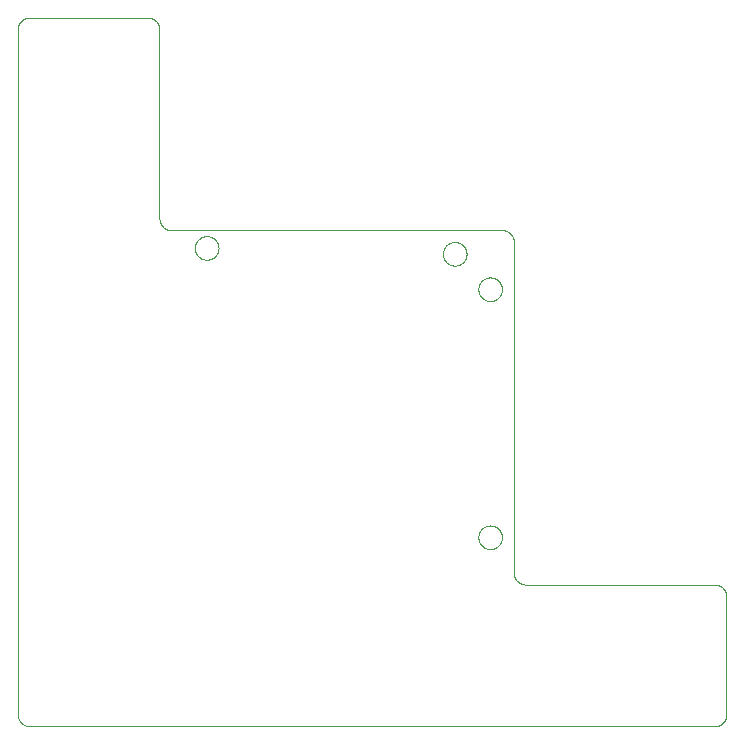
<source format=gko>
G75*
%MOIN*%
%OFA0B0*%
%FSLAX25Y25*%
%IPPOS*%
%LPD*%
%AMOC8*
5,1,8,0,0,1.08239X$1,22.5*
%
%ADD10C,0.00000*%
D10*
X0095738Y0111486D02*
X0324085Y0111486D01*
X0324209Y0111488D01*
X0324332Y0111494D01*
X0324456Y0111503D01*
X0324578Y0111517D01*
X0324701Y0111534D01*
X0324823Y0111556D01*
X0324944Y0111581D01*
X0325064Y0111610D01*
X0325183Y0111642D01*
X0325302Y0111679D01*
X0325419Y0111719D01*
X0325534Y0111762D01*
X0325649Y0111810D01*
X0325761Y0111861D01*
X0325872Y0111915D01*
X0325982Y0111973D01*
X0326089Y0112034D01*
X0326195Y0112099D01*
X0326298Y0112167D01*
X0326399Y0112238D01*
X0326498Y0112312D01*
X0326595Y0112389D01*
X0326689Y0112470D01*
X0326780Y0112553D01*
X0326869Y0112639D01*
X0326955Y0112728D01*
X0327038Y0112819D01*
X0327119Y0112913D01*
X0327196Y0113010D01*
X0327270Y0113109D01*
X0327341Y0113210D01*
X0327409Y0113313D01*
X0327474Y0113419D01*
X0327535Y0113526D01*
X0327593Y0113636D01*
X0327647Y0113747D01*
X0327698Y0113859D01*
X0327746Y0113974D01*
X0327789Y0114089D01*
X0327829Y0114206D01*
X0327866Y0114325D01*
X0327898Y0114444D01*
X0327927Y0114564D01*
X0327952Y0114685D01*
X0327974Y0114807D01*
X0327991Y0114930D01*
X0328005Y0115052D01*
X0328014Y0115176D01*
X0328020Y0115299D01*
X0328022Y0115423D01*
X0328022Y0154793D01*
X0328020Y0154917D01*
X0328014Y0155040D01*
X0328005Y0155164D01*
X0327991Y0155286D01*
X0327974Y0155409D01*
X0327952Y0155531D01*
X0327927Y0155652D01*
X0327898Y0155772D01*
X0327866Y0155891D01*
X0327829Y0156010D01*
X0327789Y0156127D01*
X0327746Y0156242D01*
X0327698Y0156357D01*
X0327647Y0156469D01*
X0327593Y0156580D01*
X0327535Y0156690D01*
X0327474Y0156797D01*
X0327409Y0156903D01*
X0327341Y0157006D01*
X0327270Y0157107D01*
X0327196Y0157206D01*
X0327119Y0157303D01*
X0327038Y0157397D01*
X0326955Y0157488D01*
X0326869Y0157577D01*
X0326780Y0157663D01*
X0326689Y0157746D01*
X0326595Y0157827D01*
X0326498Y0157904D01*
X0326399Y0157978D01*
X0326298Y0158049D01*
X0326195Y0158117D01*
X0326089Y0158182D01*
X0325982Y0158243D01*
X0325872Y0158301D01*
X0325761Y0158355D01*
X0325649Y0158406D01*
X0325534Y0158454D01*
X0325419Y0158497D01*
X0325302Y0158537D01*
X0325183Y0158574D01*
X0325064Y0158606D01*
X0324944Y0158635D01*
X0324823Y0158660D01*
X0324701Y0158682D01*
X0324578Y0158699D01*
X0324456Y0158713D01*
X0324332Y0158722D01*
X0324209Y0158728D01*
X0324085Y0158730D01*
X0261093Y0158730D01*
X0260969Y0158732D01*
X0260846Y0158738D01*
X0260722Y0158747D01*
X0260600Y0158761D01*
X0260477Y0158778D01*
X0260355Y0158800D01*
X0260234Y0158825D01*
X0260114Y0158854D01*
X0259995Y0158886D01*
X0259876Y0158923D01*
X0259759Y0158963D01*
X0259644Y0159006D01*
X0259529Y0159054D01*
X0259417Y0159105D01*
X0259306Y0159159D01*
X0259196Y0159217D01*
X0259089Y0159278D01*
X0258983Y0159343D01*
X0258880Y0159411D01*
X0258779Y0159482D01*
X0258680Y0159556D01*
X0258583Y0159633D01*
X0258489Y0159714D01*
X0258398Y0159797D01*
X0258309Y0159883D01*
X0258223Y0159972D01*
X0258140Y0160063D01*
X0258059Y0160157D01*
X0257982Y0160254D01*
X0257908Y0160353D01*
X0257837Y0160454D01*
X0257769Y0160557D01*
X0257704Y0160663D01*
X0257643Y0160770D01*
X0257585Y0160880D01*
X0257531Y0160991D01*
X0257480Y0161103D01*
X0257432Y0161218D01*
X0257389Y0161333D01*
X0257349Y0161450D01*
X0257312Y0161569D01*
X0257280Y0161688D01*
X0257251Y0161808D01*
X0257226Y0161929D01*
X0257204Y0162051D01*
X0257187Y0162174D01*
X0257173Y0162296D01*
X0257164Y0162420D01*
X0257158Y0162543D01*
X0257156Y0162667D01*
X0257156Y0272904D01*
X0257154Y0273028D01*
X0257148Y0273151D01*
X0257139Y0273275D01*
X0257125Y0273397D01*
X0257108Y0273520D01*
X0257086Y0273642D01*
X0257061Y0273763D01*
X0257032Y0273883D01*
X0257000Y0274002D01*
X0256963Y0274121D01*
X0256923Y0274238D01*
X0256880Y0274353D01*
X0256832Y0274468D01*
X0256781Y0274580D01*
X0256727Y0274691D01*
X0256669Y0274801D01*
X0256608Y0274908D01*
X0256543Y0275014D01*
X0256475Y0275117D01*
X0256404Y0275218D01*
X0256330Y0275317D01*
X0256253Y0275414D01*
X0256172Y0275508D01*
X0256089Y0275599D01*
X0256003Y0275688D01*
X0255914Y0275774D01*
X0255823Y0275857D01*
X0255729Y0275938D01*
X0255632Y0276015D01*
X0255533Y0276089D01*
X0255432Y0276160D01*
X0255329Y0276228D01*
X0255223Y0276293D01*
X0255116Y0276354D01*
X0255006Y0276412D01*
X0254895Y0276466D01*
X0254783Y0276517D01*
X0254668Y0276565D01*
X0254553Y0276608D01*
X0254436Y0276648D01*
X0254317Y0276685D01*
X0254198Y0276717D01*
X0254078Y0276746D01*
X0253957Y0276771D01*
X0253835Y0276793D01*
X0253712Y0276810D01*
X0253590Y0276824D01*
X0253466Y0276833D01*
X0253343Y0276839D01*
X0253219Y0276841D01*
X0142982Y0276841D01*
X0142858Y0276843D01*
X0142735Y0276849D01*
X0142611Y0276858D01*
X0142489Y0276872D01*
X0142366Y0276889D01*
X0142244Y0276911D01*
X0142123Y0276936D01*
X0142003Y0276965D01*
X0141884Y0276997D01*
X0141765Y0277034D01*
X0141648Y0277074D01*
X0141533Y0277117D01*
X0141418Y0277165D01*
X0141306Y0277216D01*
X0141195Y0277270D01*
X0141085Y0277328D01*
X0140978Y0277389D01*
X0140872Y0277454D01*
X0140769Y0277522D01*
X0140668Y0277593D01*
X0140569Y0277667D01*
X0140472Y0277744D01*
X0140378Y0277825D01*
X0140287Y0277908D01*
X0140198Y0277994D01*
X0140112Y0278083D01*
X0140029Y0278174D01*
X0139948Y0278268D01*
X0139871Y0278365D01*
X0139797Y0278464D01*
X0139726Y0278565D01*
X0139658Y0278668D01*
X0139593Y0278774D01*
X0139532Y0278881D01*
X0139474Y0278991D01*
X0139420Y0279102D01*
X0139369Y0279214D01*
X0139321Y0279329D01*
X0139278Y0279444D01*
X0139238Y0279561D01*
X0139201Y0279680D01*
X0139169Y0279799D01*
X0139140Y0279919D01*
X0139115Y0280040D01*
X0139093Y0280162D01*
X0139076Y0280285D01*
X0139062Y0280407D01*
X0139053Y0280531D01*
X0139047Y0280654D01*
X0139045Y0280778D01*
X0139045Y0343770D01*
X0139043Y0343894D01*
X0139037Y0344017D01*
X0139028Y0344141D01*
X0139014Y0344263D01*
X0138997Y0344386D01*
X0138975Y0344508D01*
X0138950Y0344629D01*
X0138921Y0344749D01*
X0138889Y0344868D01*
X0138852Y0344987D01*
X0138812Y0345104D01*
X0138769Y0345219D01*
X0138721Y0345334D01*
X0138670Y0345446D01*
X0138616Y0345557D01*
X0138558Y0345667D01*
X0138497Y0345774D01*
X0138432Y0345880D01*
X0138364Y0345983D01*
X0138293Y0346084D01*
X0138219Y0346183D01*
X0138142Y0346280D01*
X0138061Y0346374D01*
X0137978Y0346465D01*
X0137892Y0346554D01*
X0137803Y0346640D01*
X0137712Y0346723D01*
X0137618Y0346804D01*
X0137521Y0346881D01*
X0137422Y0346955D01*
X0137321Y0347026D01*
X0137218Y0347094D01*
X0137112Y0347159D01*
X0137005Y0347220D01*
X0136895Y0347278D01*
X0136784Y0347332D01*
X0136672Y0347383D01*
X0136557Y0347431D01*
X0136442Y0347474D01*
X0136325Y0347514D01*
X0136206Y0347551D01*
X0136087Y0347583D01*
X0135967Y0347612D01*
X0135846Y0347637D01*
X0135724Y0347659D01*
X0135601Y0347676D01*
X0135479Y0347690D01*
X0135355Y0347699D01*
X0135232Y0347705D01*
X0135108Y0347707D01*
X0095738Y0347707D01*
X0095614Y0347705D01*
X0095491Y0347699D01*
X0095367Y0347690D01*
X0095245Y0347676D01*
X0095122Y0347659D01*
X0095000Y0347637D01*
X0094879Y0347612D01*
X0094759Y0347583D01*
X0094640Y0347551D01*
X0094521Y0347514D01*
X0094404Y0347474D01*
X0094289Y0347431D01*
X0094174Y0347383D01*
X0094062Y0347332D01*
X0093951Y0347278D01*
X0093841Y0347220D01*
X0093734Y0347159D01*
X0093628Y0347094D01*
X0093525Y0347026D01*
X0093424Y0346955D01*
X0093325Y0346881D01*
X0093228Y0346804D01*
X0093134Y0346723D01*
X0093043Y0346640D01*
X0092954Y0346554D01*
X0092868Y0346465D01*
X0092785Y0346374D01*
X0092704Y0346280D01*
X0092627Y0346183D01*
X0092553Y0346084D01*
X0092482Y0345983D01*
X0092414Y0345880D01*
X0092349Y0345774D01*
X0092288Y0345667D01*
X0092230Y0345557D01*
X0092176Y0345446D01*
X0092125Y0345334D01*
X0092077Y0345219D01*
X0092034Y0345104D01*
X0091994Y0344987D01*
X0091957Y0344868D01*
X0091925Y0344749D01*
X0091896Y0344629D01*
X0091871Y0344508D01*
X0091849Y0344386D01*
X0091832Y0344263D01*
X0091818Y0344141D01*
X0091809Y0344017D01*
X0091803Y0343894D01*
X0091801Y0343770D01*
X0091801Y0115423D01*
X0091803Y0115299D01*
X0091809Y0115176D01*
X0091818Y0115052D01*
X0091832Y0114930D01*
X0091849Y0114807D01*
X0091871Y0114685D01*
X0091896Y0114564D01*
X0091925Y0114444D01*
X0091957Y0114325D01*
X0091994Y0114206D01*
X0092034Y0114089D01*
X0092077Y0113974D01*
X0092125Y0113859D01*
X0092176Y0113747D01*
X0092230Y0113636D01*
X0092288Y0113526D01*
X0092349Y0113419D01*
X0092414Y0113313D01*
X0092482Y0113210D01*
X0092553Y0113109D01*
X0092627Y0113010D01*
X0092704Y0112913D01*
X0092785Y0112819D01*
X0092868Y0112728D01*
X0092954Y0112639D01*
X0093043Y0112553D01*
X0093134Y0112470D01*
X0093228Y0112389D01*
X0093325Y0112312D01*
X0093424Y0112238D01*
X0093525Y0112167D01*
X0093628Y0112099D01*
X0093734Y0112034D01*
X0093841Y0111973D01*
X0093951Y0111915D01*
X0094062Y0111861D01*
X0094174Y0111810D01*
X0094289Y0111762D01*
X0094404Y0111719D01*
X0094521Y0111679D01*
X0094640Y0111642D01*
X0094759Y0111610D01*
X0094879Y0111581D01*
X0095000Y0111556D01*
X0095122Y0111534D01*
X0095245Y0111517D01*
X0095367Y0111503D01*
X0095491Y0111494D01*
X0095614Y0111488D01*
X0095738Y0111486D01*
X0245344Y0174478D02*
X0245346Y0174603D01*
X0245352Y0174728D01*
X0245362Y0174852D01*
X0245376Y0174976D01*
X0245393Y0175100D01*
X0245415Y0175223D01*
X0245441Y0175345D01*
X0245470Y0175467D01*
X0245503Y0175587D01*
X0245541Y0175706D01*
X0245581Y0175825D01*
X0245626Y0175941D01*
X0245674Y0176056D01*
X0245726Y0176170D01*
X0245782Y0176282D01*
X0245841Y0176392D01*
X0245903Y0176500D01*
X0245969Y0176607D01*
X0246038Y0176711D01*
X0246111Y0176812D01*
X0246186Y0176912D01*
X0246265Y0177009D01*
X0246347Y0177103D01*
X0246432Y0177195D01*
X0246519Y0177284D01*
X0246610Y0177370D01*
X0246703Y0177453D01*
X0246799Y0177534D01*
X0246897Y0177611D01*
X0246997Y0177685D01*
X0247100Y0177756D01*
X0247205Y0177823D01*
X0247313Y0177888D01*
X0247422Y0177948D01*
X0247533Y0178006D01*
X0247646Y0178059D01*
X0247760Y0178109D01*
X0247876Y0178156D01*
X0247993Y0178198D01*
X0248112Y0178237D01*
X0248232Y0178273D01*
X0248353Y0178304D01*
X0248475Y0178332D01*
X0248597Y0178355D01*
X0248721Y0178375D01*
X0248845Y0178391D01*
X0248969Y0178403D01*
X0249094Y0178411D01*
X0249219Y0178415D01*
X0249343Y0178415D01*
X0249468Y0178411D01*
X0249593Y0178403D01*
X0249717Y0178391D01*
X0249841Y0178375D01*
X0249965Y0178355D01*
X0250087Y0178332D01*
X0250209Y0178304D01*
X0250330Y0178273D01*
X0250450Y0178237D01*
X0250569Y0178198D01*
X0250686Y0178156D01*
X0250802Y0178109D01*
X0250916Y0178059D01*
X0251029Y0178006D01*
X0251140Y0177948D01*
X0251250Y0177888D01*
X0251357Y0177823D01*
X0251462Y0177756D01*
X0251565Y0177685D01*
X0251665Y0177611D01*
X0251763Y0177534D01*
X0251859Y0177453D01*
X0251952Y0177370D01*
X0252043Y0177284D01*
X0252130Y0177195D01*
X0252215Y0177103D01*
X0252297Y0177009D01*
X0252376Y0176912D01*
X0252451Y0176812D01*
X0252524Y0176711D01*
X0252593Y0176607D01*
X0252659Y0176500D01*
X0252721Y0176392D01*
X0252780Y0176282D01*
X0252836Y0176170D01*
X0252888Y0176056D01*
X0252936Y0175941D01*
X0252981Y0175825D01*
X0253021Y0175706D01*
X0253059Y0175587D01*
X0253092Y0175467D01*
X0253121Y0175345D01*
X0253147Y0175223D01*
X0253169Y0175100D01*
X0253186Y0174976D01*
X0253200Y0174852D01*
X0253210Y0174728D01*
X0253216Y0174603D01*
X0253218Y0174478D01*
X0253216Y0174353D01*
X0253210Y0174228D01*
X0253200Y0174104D01*
X0253186Y0173980D01*
X0253169Y0173856D01*
X0253147Y0173733D01*
X0253121Y0173611D01*
X0253092Y0173489D01*
X0253059Y0173369D01*
X0253021Y0173250D01*
X0252981Y0173131D01*
X0252936Y0173015D01*
X0252888Y0172900D01*
X0252836Y0172786D01*
X0252780Y0172674D01*
X0252721Y0172564D01*
X0252659Y0172456D01*
X0252593Y0172349D01*
X0252524Y0172245D01*
X0252451Y0172144D01*
X0252376Y0172044D01*
X0252297Y0171947D01*
X0252215Y0171853D01*
X0252130Y0171761D01*
X0252043Y0171672D01*
X0251952Y0171586D01*
X0251859Y0171503D01*
X0251763Y0171422D01*
X0251665Y0171345D01*
X0251565Y0171271D01*
X0251462Y0171200D01*
X0251357Y0171133D01*
X0251249Y0171068D01*
X0251140Y0171008D01*
X0251029Y0170950D01*
X0250916Y0170897D01*
X0250802Y0170847D01*
X0250686Y0170800D01*
X0250569Y0170758D01*
X0250450Y0170719D01*
X0250330Y0170683D01*
X0250209Y0170652D01*
X0250087Y0170624D01*
X0249965Y0170601D01*
X0249841Y0170581D01*
X0249717Y0170565D01*
X0249593Y0170553D01*
X0249468Y0170545D01*
X0249343Y0170541D01*
X0249219Y0170541D01*
X0249094Y0170545D01*
X0248969Y0170553D01*
X0248845Y0170565D01*
X0248721Y0170581D01*
X0248597Y0170601D01*
X0248475Y0170624D01*
X0248353Y0170652D01*
X0248232Y0170683D01*
X0248112Y0170719D01*
X0247993Y0170758D01*
X0247876Y0170800D01*
X0247760Y0170847D01*
X0247646Y0170897D01*
X0247533Y0170950D01*
X0247422Y0171008D01*
X0247312Y0171068D01*
X0247205Y0171133D01*
X0247100Y0171200D01*
X0246997Y0171271D01*
X0246897Y0171345D01*
X0246799Y0171422D01*
X0246703Y0171503D01*
X0246610Y0171586D01*
X0246519Y0171672D01*
X0246432Y0171761D01*
X0246347Y0171853D01*
X0246265Y0171947D01*
X0246186Y0172044D01*
X0246111Y0172144D01*
X0246038Y0172245D01*
X0245969Y0172349D01*
X0245903Y0172456D01*
X0245841Y0172564D01*
X0245782Y0172674D01*
X0245726Y0172786D01*
X0245674Y0172900D01*
X0245626Y0173015D01*
X0245581Y0173131D01*
X0245541Y0173250D01*
X0245503Y0173369D01*
X0245470Y0173489D01*
X0245441Y0173611D01*
X0245415Y0173733D01*
X0245393Y0173856D01*
X0245376Y0173980D01*
X0245362Y0174104D01*
X0245352Y0174228D01*
X0245346Y0174353D01*
X0245344Y0174478D01*
X0245344Y0257156D02*
X0245346Y0257281D01*
X0245352Y0257406D01*
X0245362Y0257530D01*
X0245376Y0257654D01*
X0245393Y0257778D01*
X0245415Y0257901D01*
X0245441Y0258023D01*
X0245470Y0258145D01*
X0245503Y0258265D01*
X0245541Y0258384D01*
X0245581Y0258503D01*
X0245626Y0258619D01*
X0245674Y0258734D01*
X0245726Y0258848D01*
X0245782Y0258960D01*
X0245841Y0259070D01*
X0245903Y0259178D01*
X0245969Y0259285D01*
X0246038Y0259389D01*
X0246111Y0259490D01*
X0246186Y0259590D01*
X0246265Y0259687D01*
X0246347Y0259781D01*
X0246432Y0259873D01*
X0246519Y0259962D01*
X0246610Y0260048D01*
X0246703Y0260131D01*
X0246799Y0260212D01*
X0246897Y0260289D01*
X0246997Y0260363D01*
X0247100Y0260434D01*
X0247205Y0260501D01*
X0247313Y0260566D01*
X0247422Y0260626D01*
X0247533Y0260684D01*
X0247646Y0260737D01*
X0247760Y0260787D01*
X0247876Y0260834D01*
X0247993Y0260876D01*
X0248112Y0260915D01*
X0248232Y0260951D01*
X0248353Y0260982D01*
X0248475Y0261010D01*
X0248597Y0261033D01*
X0248721Y0261053D01*
X0248845Y0261069D01*
X0248969Y0261081D01*
X0249094Y0261089D01*
X0249219Y0261093D01*
X0249343Y0261093D01*
X0249468Y0261089D01*
X0249593Y0261081D01*
X0249717Y0261069D01*
X0249841Y0261053D01*
X0249965Y0261033D01*
X0250087Y0261010D01*
X0250209Y0260982D01*
X0250330Y0260951D01*
X0250450Y0260915D01*
X0250569Y0260876D01*
X0250686Y0260834D01*
X0250802Y0260787D01*
X0250916Y0260737D01*
X0251029Y0260684D01*
X0251140Y0260626D01*
X0251250Y0260566D01*
X0251357Y0260501D01*
X0251462Y0260434D01*
X0251565Y0260363D01*
X0251665Y0260289D01*
X0251763Y0260212D01*
X0251859Y0260131D01*
X0251952Y0260048D01*
X0252043Y0259962D01*
X0252130Y0259873D01*
X0252215Y0259781D01*
X0252297Y0259687D01*
X0252376Y0259590D01*
X0252451Y0259490D01*
X0252524Y0259389D01*
X0252593Y0259285D01*
X0252659Y0259178D01*
X0252721Y0259070D01*
X0252780Y0258960D01*
X0252836Y0258848D01*
X0252888Y0258734D01*
X0252936Y0258619D01*
X0252981Y0258503D01*
X0253021Y0258384D01*
X0253059Y0258265D01*
X0253092Y0258145D01*
X0253121Y0258023D01*
X0253147Y0257901D01*
X0253169Y0257778D01*
X0253186Y0257654D01*
X0253200Y0257530D01*
X0253210Y0257406D01*
X0253216Y0257281D01*
X0253218Y0257156D01*
X0253216Y0257031D01*
X0253210Y0256906D01*
X0253200Y0256782D01*
X0253186Y0256658D01*
X0253169Y0256534D01*
X0253147Y0256411D01*
X0253121Y0256289D01*
X0253092Y0256167D01*
X0253059Y0256047D01*
X0253021Y0255928D01*
X0252981Y0255809D01*
X0252936Y0255693D01*
X0252888Y0255578D01*
X0252836Y0255464D01*
X0252780Y0255352D01*
X0252721Y0255242D01*
X0252659Y0255134D01*
X0252593Y0255027D01*
X0252524Y0254923D01*
X0252451Y0254822D01*
X0252376Y0254722D01*
X0252297Y0254625D01*
X0252215Y0254531D01*
X0252130Y0254439D01*
X0252043Y0254350D01*
X0251952Y0254264D01*
X0251859Y0254181D01*
X0251763Y0254100D01*
X0251665Y0254023D01*
X0251565Y0253949D01*
X0251462Y0253878D01*
X0251357Y0253811D01*
X0251249Y0253746D01*
X0251140Y0253686D01*
X0251029Y0253628D01*
X0250916Y0253575D01*
X0250802Y0253525D01*
X0250686Y0253478D01*
X0250569Y0253436D01*
X0250450Y0253397D01*
X0250330Y0253361D01*
X0250209Y0253330D01*
X0250087Y0253302D01*
X0249965Y0253279D01*
X0249841Y0253259D01*
X0249717Y0253243D01*
X0249593Y0253231D01*
X0249468Y0253223D01*
X0249343Y0253219D01*
X0249219Y0253219D01*
X0249094Y0253223D01*
X0248969Y0253231D01*
X0248845Y0253243D01*
X0248721Y0253259D01*
X0248597Y0253279D01*
X0248475Y0253302D01*
X0248353Y0253330D01*
X0248232Y0253361D01*
X0248112Y0253397D01*
X0247993Y0253436D01*
X0247876Y0253478D01*
X0247760Y0253525D01*
X0247646Y0253575D01*
X0247533Y0253628D01*
X0247422Y0253686D01*
X0247312Y0253746D01*
X0247205Y0253811D01*
X0247100Y0253878D01*
X0246997Y0253949D01*
X0246897Y0254023D01*
X0246799Y0254100D01*
X0246703Y0254181D01*
X0246610Y0254264D01*
X0246519Y0254350D01*
X0246432Y0254439D01*
X0246347Y0254531D01*
X0246265Y0254625D01*
X0246186Y0254722D01*
X0246111Y0254822D01*
X0246038Y0254923D01*
X0245969Y0255027D01*
X0245903Y0255134D01*
X0245841Y0255242D01*
X0245782Y0255352D01*
X0245726Y0255464D01*
X0245674Y0255578D01*
X0245626Y0255693D01*
X0245581Y0255809D01*
X0245541Y0255928D01*
X0245503Y0256047D01*
X0245470Y0256167D01*
X0245441Y0256289D01*
X0245415Y0256411D01*
X0245393Y0256534D01*
X0245376Y0256658D01*
X0245362Y0256782D01*
X0245352Y0256906D01*
X0245346Y0257031D01*
X0245344Y0257156D01*
X0233533Y0268967D02*
X0233535Y0269092D01*
X0233541Y0269217D01*
X0233551Y0269341D01*
X0233565Y0269465D01*
X0233582Y0269589D01*
X0233604Y0269712D01*
X0233630Y0269834D01*
X0233659Y0269956D01*
X0233692Y0270076D01*
X0233730Y0270195D01*
X0233770Y0270314D01*
X0233815Y0270430D01*
X0233863Y0270545D01*
X0233915Y0270659D01*
X0233971Y0270771D01*
X0234030Y0270881D01*
X0234092Y0270989D01*
X0234158Y0271096D01*
X0234227Y0271200D01*
X0234300Y0271301D01*
X0234375Y0271401D01*
X0234454Y0271498D01*
X0234536Y0271592D01*
X0234621Y0271684D01*
X0234708Y0271773D01*
X0234799Y0271859D01*
X0234892Y0271942D01*
X0234988Y0272023D01*
X0235086Y0272100D01*
X0235186Y0272174D01*
X0235289Y0272245D01*
X0235394Y0272312D01*
X0235502Y0272377D01*
X0235611Y0272437D01*
X0235722Y0272495D01*
X0235835Y0272548D01*
X0235949Y0272598D01*
X0236065Y0272645D01*
X0236182Y0272687D01*
X0236301Y0272726D01*
X0236421Y0272762D01*
X0236542Y0272793D01*
X0236664Y0272821D01*
X0236786Y0272844D01*
X0236910Y0272864D01*
X0237034Y0272880D01*
X0237158Y0272892D01*
X0237283Y0272900D01*
X0237408Y0272904D01*
X0237532Y0272904D01*
X0237657Y0272900D01*
X0237782Y0272892D01*
X0237906Y0272880D01*
X0238030Y0272864D01*
X0238154Y0272844D01*
X0238276Y0272821D01*
X0238398Y0272793D01*
X0238519Y0272762D01*
X0238639Y0272726D01*
X0238758Y0272687D01*
X0238875Y0272645D01*
X0238991Y0272598D01*
X0239105Y0272548D01*
X0239218Y0272495D01*
X0239329Y0272437D01*
X0239439Y0272377D01*
X0239546Y0272312D01*
X0239651Y0272245D01*
X0239754Y0272174D01*
X0239854Y0272100D01*
X0239952Y0272023D01*
X0240048Y0271942D01*
X0240141Y0271859D01*
X0240232Y0271773D01*
X0240319Y0271684D01*
X0240404Y0271592D01*
X0240486Y0271498D01*
X0240565Y0271401D01*
X0240640Y0271301D01*
X0240713Y0271200D01*
X0240782Y0271096D01*
X0240848Y0270989D01*
X0240910Y0270881D01*
X0240969Y0270771D01*
X0241025Y0270659D01*
X0241077Y0270545D01*
X0241125Y0270430D01*
X0241170Y0270314D01*
X0241210Y0270195D01*
X0241248Y0270076D01*
X0241281Y0269956D01*
X0241310Y0269834D01*
X0241336Y0269712D01*
X0241358Y0269589D01*
X0241375Y0269465D01*
X0241389Y0269341D01*
X0241399Y0269217D01*
X0241405Y0269092D01*
X0241407Y0268967D01*
X0241405Y0268842D01*
X0241399Y0268717D01*
X0241389Y0268593D01*
X0241375Y0268469D01*
X0241358Y0268345D01*
X0241336Y0268222D01*
X0241310Y0268100D01*
X0241281Y0267978D01*
X0241248Y0267858D01*
X0241210Y0267739D01*
X0241170Y0267620D01*
X0241125Y0267504D01*
X0241077Y0267389D01*
X0241025Y0267275D01*
X0240969Y0267163D01*
X0240910Y0267053D01*
X0240848Y0266945D01*
X0240782Y0266838D01*
X0240713Y0266734D01*
X0240640Y0266633D01*
X0240565Y0266533D01*
X0240486Y0266436D01*
X0240404Y0266342D01*
X0240319Y0266250D01*
X0240232Y0266161D01*
X0240141Y0266075D01*
X0240048Y0265992D01*
X0239952Y0265911D01*
X0239854Y0265834D01*
X0239754Y0265760D01*
X0239651Y0265689D01*
X0239546Y0265622D01*
X0239438Y0265557D01*
X0239329Y0265497D01*
X0239218Y0265439D01*
X0239105Y0265386D01*
X0238991Y0265336D01*
X0238875Y0265289D01*
X0238758Y0265247D01*
X0238639Y0265208D01*
X0238519Y0265172D01*
X0238398Y0265141D01*
X0238276Y0265113D01*
X0238154Y0265090D01*
X0238030Y0265070D01*
X0237906Y0265054D01*
X0237782Y0265042D01*
X0237657Y0265034D01*
X0237532Y0265030D01*
X0237408Y0265030D01*
X0237283Y0265034D01*
X0237158Y0265042D01*
X0237034Y0265054D01*
X0236910Y0265070D01*
X0236786Y0265090D01*
X0236664Y0265113D01*
X0236542Y0265141D01*
X0236421Y0265172D01*
X0236301Y0265208D01*
X0236182Y0265247D01*
X0236065Y0265289D01*
X0235949Y0265336D01*
X0235835Y0265386D01*
X0235722Y0265439D01*
X0235611Y0265497D01*
X0235501Y0265557D01*
X0235394Y0265622D01*
X0235289Y0265689D01*
X0235186Y0265760D01*
X0235086Y0265834D01*
X0234988Y0265911D01*
X0234892Y0265992D01*
X0234799Y0266075D01*
X0234708Y0266161D01*
X0234621Y0266250D01*
X0234536Y0266342D01*
X0234454Y0266436D01*
X0234375Y0266533D01*
X0234300Y0266633D01*
X0234227Y0266734D01*
X0234158Y0266838D01*
X0234092Y0266945D01*
X0234030Y0267053D01*
X0233971Y0267163D01*
X0233915Y0267275D01*
X0233863Y0267389D01*
X0233815Y0267504D01*
X0233770Y0267620D01*
X0233730Y0267739D01*
X0233692Y0267858D01*
X0233659Y0267978D01*
X0233630Y0268100D01*
X0233604Y0268222D01*
X0233582Y0268345D01*
X0233565Y0268469D01*
X0233551Y0268593D01*
X0233541Y0268717D01*
X0233535Y0268842D01*
X0233533Y0268967D01*
X0150856Y0270935D02*
X0150858Y0271060D01*
X0150864Y0271185D01*
X0150874Y0271309D01*
X0150888Y0271433D01*
X0150905Y0271557D01*
X0150927Y0271680D01*
X0150953Y0271802D01*
X0150982Y0271924D01*
X0151015Y0272044D01*
X0151053Y0272163D01*
X0151093Y0272282D01*
X0151138Y0272398D01*
X0151186Y0272513D01*
X0151238Y0272627D01*
X0151294Y0272739D01*
X0151353Y0272849D01*
X0151415Y0272957D01*
X0151481Y0273064D01*
X0151550Y0273168D01*
X0151623Y0273269D01*
X0151698Y0273369D01*
X0151777Y0273466D01*
X0151859Y0273560D01*
X0151944Y0273652D01*
X0152031Y0273741D01*
X0152122Y0273827D01*
X0152215Y0273910D01*
X0152311Y0273991D01*
X0152409Y0274068D01*
X0152509Y0274142D01*
X0152612Y0274213D01*
X0152717Y0274280D01*
X0152825Y0274345D01*
X0152934Y0274405D01*
X0153045Y0274463D01*
X0153158Y0274516D01*
X0153272Y0274566D01*
X0153388Y0274613D01*
X0153505Y0274655D01*
X0153624Y0274694D01*
X0153744Y0274730D01*
X0153865Y0274761D01*
X0153987Y0274789D01*
X0154109Y0274812D01*
X0154233Y0274832D01*
X0154357Y0274848D01*
X0154481Y0274860D01*
X0154606Y0274868D01*
X0154731Y0274872D01*
X0154855Y0274872D01*
X0154980Y0274868D01*
X0155105Y0274860D01*
X0155229Y0274848D01*
X0155353Y0274832D01*
X0155477Y0274812D01*
X0155599Y0274789D01*
X0155721Y0274761D01*
X0155842Y0274730D01*
X0155962Y0274694D01*
X0156081Y0274655D01*
X0156198Y0274613D01*
X0156314Y0274566D01*
X0156428Y0274516D01*
X0156541Y0274463D01*
X0156652Y0274405D01*
X0156762Y0274345D01*
X0156869Y0274280D01*
X0156974Y0274213D01*
X0157077Y0274142D01*
X0157177Y0274068D01*
X0157275Y0273991D01*
X0157371Y0273910D01*
X0157464Y0273827D01*
X0157555Y0273741D01*
X0157642Y0273652D01*
X0157727Y0273560D01*
X0157809Y0273466D01*
X0157888Y0273369D01*
X0157963Y0273269D01*
X0158036Y0273168D01*
X0158105Y0273064D01*
X0158171Y0272957D01*
X0158233Y0272849D01*
X0158292Y0272739D01*
X0158348Y0272627D01*
X0158400Y0272513D01*
X0158448Y0272398D01*
X0158493Y0272282D01*
X0158533Y0272163D01*
X0158571Y0272044D01*
X0158604Y0271924D01*
X0158633Y0271802D01*
X0158659Y0271680D01*
X0158681Y0271557D01*
X0158698Y0271433D01*
X0158712Y0271309D01*
X0158722Y0271185D01*
X0158728Y0271060D01*
X0158730Y0270935D01*
X0158728Y0270810D01*
X0158722Y0270685D01*
X0158712Y0270561D01*
X0158698Y0270437D01*
X0158681Y0270313D01*
X0158659Y0270190D01*
X0158633Y0270068D01*
X0158604Y0269946D01*
X0158571Y0269826D01*
X0158533Y0269707D01*
X0158493Y0269588D01*
X0158448Y0269472D01*
X0158400Y0269357D01*
X0158348Y0269243D01*
X0158292Y0269131D01*
X0158233Y0269021D01*
X0158171Y0268913D01*
X0158105Y0268806D01*
X0158036Y0268702D01*
X0157963Y0268601D01*
X0157888Y0268501D01*
X0157809Y0268404D01*
X0157727Y0268310D01*
X0157642Y0268218D01*
X0157555Y0268129D01*
X0157464Y0268043D01*
X0157371Y0267960D01*
X0157275Y0267879D01*
X0157177Y0267802D01*
X0157077Y0267728D01*
X0156974Y0267657D01*
X0156869Y0267590D01*
X0156761Y0267525D01*
X0156652Y0267465D01*
X0156541Y0267407D01*
X0156428Y0267354D01*
X0156314Y0267304D01*
X0156198Y0267257D01*
X0156081Y0267215D01*
X0155962Y0267176D01*
X0155842Y0267140D01*
X0155721Y0267109D01*
X0155599Y0267081D01*
X0155477Y0267058D01*
X0155353Y0267038D01*
X0155229Y0267022D01*
X0155105Y0267010D01*
X0154980Y0267002D01*
X0154855Y0266998D01*
X0154731Y0266998D01*
X0154606Y0267002D01*
X0154481Y0267010D01*
X0154357Y0267022D01*
X0154233Y0267038D01*
X0154109Y0267058D01*
X0153987Y0267081D01*
X0153865Y0267109D01*
X0153744Y0267140D01*
X0153624Y0267176D01*
X0153505Y0267215D01*
X0153388Y0267257D01*
X0153272Y0267304D01*
X0153158Y0267354D01*
X0153045Y0267407D01*
X0152934Y0267465D01*
X0152824Y0267525D01*
X0152717Y0267590D01*
X0152612Y0267657D01*
X0152509Y0267728D01*
X0152409Y0267802D01*
X0152311Y0267879D01*
X0152215Y0267960D01*
X0152122Y0268043D01*
X0152031Y0268129D01*
X0151944Y0268218D01*
X0151859Y0268310D01*
X0151777Y0268404D01*
X0151698Y0268501D01*
X0151623Y0268601D01*
X0151550Y0268702D01*
X0151481Y0268806D01*
X0151415Y0268913D01*
X0151353Y0269021D01*
X0151294Y0269131D01*
X0151238Y0269243D01*
X0151186Y0269357D01*
X0151138Y0269472D01*
X0151093Y0269588D01*
X0151053Y0269707D01*
X0151015Y0269826D01*
X0150982Y0269946D01*
X0150953Y0270068D01*
X0150927Y0270190D01*
X0150905Y0270313D01*
X0150888Y0270437D01*
X0150874Y0270561D01*
X0150864Y0270685D01*
X0150858Y0270810D01*
X0150856Y0270935D01*
M02*

</source>
